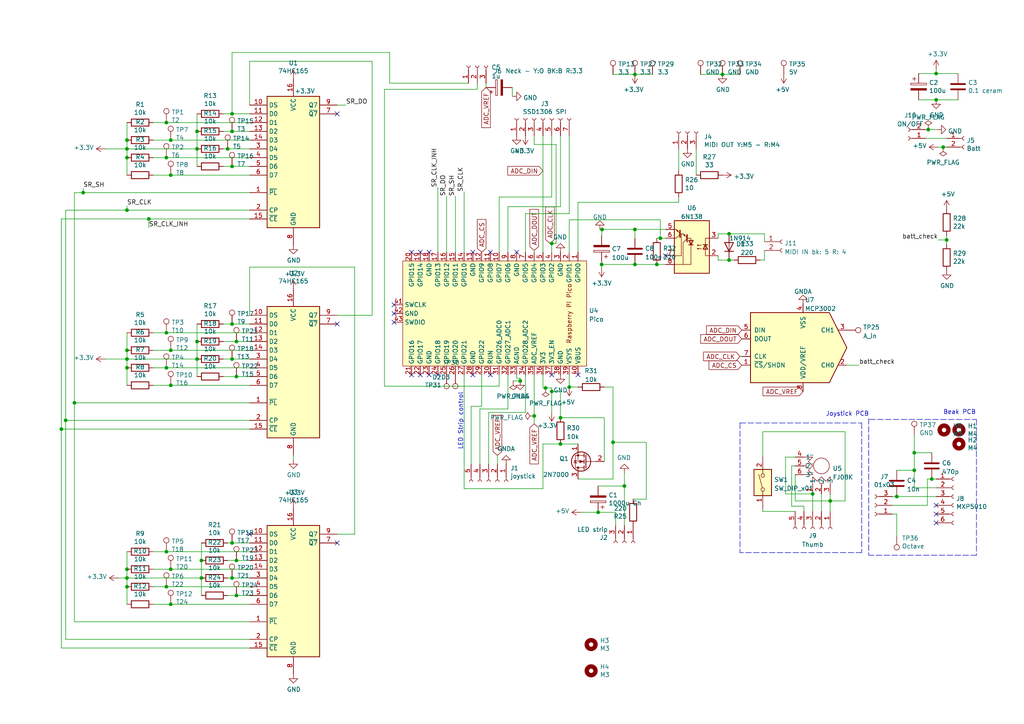
<source format=kicad_sch>
(kicad_sch (version 20211123) (generator eeschema)
  (paper "A4")
  (junction (at 48.26 106.68))
  (junction (at 174.498 76.708))
  (junction (at 158.242 112.522))
  (junction (at 66.04 43.18))
  (junction (at 48.26 35.56))
  (junction (at 173.482 148.59))
  (junction (at 265.176 131.318))
  (junction (at 165.1 112.268))
  (junction (at 36.83 45.72))
  (junction (at 273.558 42.672))
  (junction (at 49.53 101.6))
  (junction (at 211.455 67.818))
  (junction (at 57.15 38.1))
  (junction (at 160.02 113.538))
  (junction (at 67.31 93.98))
  (junction (at 184.15 21.59))
  (junction (at 235.712 143.256))
  (junction (at 190.5 76.708))
  (junction (at 67.31 38.1))
  (junction (at 48.26 45.72))
  (junction (at 49.53 111.76))
  (junction (at 24.13 55.88))
  (junction (at 36.83 170.18))
  (junction (at 57.15 99.06))
  (junction (at 48.26 170.18))
  (junction (at 58.42 167.64))
  (junction (at 19.05 121.92))
  (junction (at 271.526 28.956))
  (junction (at 174.625 66.548))
  (junction (at 67.31 33.02))
  (junction (at 162.56 121.158))
  (junction (at 57.15 43.18))
  (junction (at 36.83 106.68))
  (junction (at 57.15 104.14))
  (junction (at 274.574 69.596))
  (junction (at 184.15 76.708))
  (junction (at 181.102 140.97))
  (junction (at 36.83 101.6))
  (junction (at 36.83 167.64))
  (junction (at 260.096 144.018))
  (junction (at 68.58 172.72))
  (junction (at 68.58 162.56))
  (junction (at 269.24 37.592))
  (junction (at 49.53 175.26))
  (junction (at 177.8 128.27))
  (junction (at 36.83 40.64))
  (junction (at 184.15 66.548))
  (junction (at 67.31 157.48))
  (junction (at 36.83 43.18))
  (junction (at 154.94 120.65))
  (junction (at 270.256 138.938))
  (junction (at 49.53 50.8))
  (junction (at 43.18 63.5))
  (junction (at 271.526 21.336))
  (junction (at 36.83 104.14))
  (junction (at 48.26 160.02))
  (junction (at 162.56 128.778))
  (junction (at 36.83 60.96))
  (junction (at 58.42 162.56))
  (junction (at 67.31 48.26))
  (junction (at 36.83 165.1))
  (junction (at 21.59 116.84))
  (junction (at 17.78 124.46))
  (junction (at 67.31 104.14))
  (junction (at 49.53 165.1))
  (junction (at 160.02 70.612))
  (junction (at 48.26 96.52))
  (junction (at 150.876 110.49))
  (junction (at 240.792 145.288))
  (junction (at 209.55 21.59))
  (junction (at 191.516 69.088))
  (junction (at 68.58 99.06))
  (junction (at 49.53 40.64))
  (junction (at 67.31 167.64))
  (junction (at 265.176 136.398))
  (junction (at 68.58 109.22))
  (junction (at 211.455 75.438))
  (no_connect (at 97.79 33.02))
  (no_connect (at 160.02 108.712))
  (no_connect (at 142.24 73.152))
  (no_connect (at 119.38 108.712))
  (no_connect (at 114.3 93.472))
  (no_connect (at 119.38 73.152))
  (no_connect (at 124.46 73.152))
  (no_connect (at 137.16 73.152))
  (no_connect (at 97.79 157.48))
  (no_connect (at 137.16 108.712))
  (no_connect (at 114.3 90.932))
  (no_connect (at 149.86 73.152))
  (no_connect (at 72.39 154.94))
  (no_connect (at 124.46 108.712))
  (no_connect (at 271.526 146.558))
  (no_connect (at 271.526 149.098))
  (no_connect (at 271.526 151.638))
  (no_connect (at 142.24 108.712))
  (no_connect (at 114.3 88.392))
  (no_connect (at 121.92 73.152))
  (no_connect (at 97.79 93.98))
  (no_connect (at 127 108.712))
  (no_connect (at 193.04 74.168))
  (no_connect (at 121.92 108.712))
  (no_connect (at 167.64 108.712))
  (wire (pts (xy 57.15 33.02) (xy 57.15 38.1)))
  (wire (pts (xy 111.506 25.908) (xy 138.43 25.908)))
  (wire (pts (xy 68.58 109.22) (xy 64.77 109.22)))
  (wire (pts (xy 230.632 148.336) (xy 221.234 148.336)))
  (wire (pts (xy 44.45 45.72) (xy 48.26 45.72)))
  (wire (pts (xy 181.102 137.16) (xy 181.102 140.97)))
  (wire (pts (xy 229.616 146.812) (xy 233.172 146.812)))
  (wire (pts (xy 72.39 40.64) (xy 49.53 40.64)))
  (wire (pts (xy 162.56 121.158) (xy 175.26 121.158)))
  (wire (pts (xy 113.03 15.24) (xy 113.03 24.13)))
  (wire (pts (xy 57.15 93.98) (xy 57.15 99.06)))
  (wire (pts (xy 68.58 99.06) (xy 72.39 99.06)))
  (wire (pts (xy 268.986 146.558) (xy 268.986 138.938)))
  (wire (pts (xy 144.78 112.014) (xy 111.506 112.014)))
  (wire (pts (xy 30.48 104.14) (xy 36.83 104.14)))
  (wire (pts (xy 72.39 180.34) (xy 21.59 180.34)))
  (polyline (pts (xy 283.21 121.666) (xy 283.21 161.036)))
  (wire (pts (xy 48.26 170.18) (xy 72.39 170.18)))
  (wire (pts (xy 48.26 160.02) (xy 72.39 160.02)))
  (wire (pts (xy 134.62 108.712) (xy 134.62 141.732)))
  (wire (pts (xy 227.838 143.256) (xy 227.838 132.588)))
  (wire (pts (xy 221.742 75.438) (xy 220.472 75.438)))
  (wire (pts (xy 72.39 121.92) (xy 19.05 121.92)))
  (wire (pts (xy 58.42 167.64) (xy 58.42 172.72)))
  (wire (pts (xy 154.94 122.936) (xy 154.94 120.65)))
  (wire (pts (xy 66.04 162.56) (xy 68.58 162.56)))
  (wire (pts (xy 271.526 21.336) (xy 271.526 20.066)))
  (wire (pts (xy 157.48 141.732) (xy 157.48 128.778)))
  (wire (pts (xy 44.45 175.26) (xy 49.53 175.26)))
  (wire (pts (xy 268.986 138.938) (xy 270.256 138.938)))
  (wire (pts (xy 240.792 145.288) (xy 240.792 143.256)))
  (wire (pts (xy 67.31 15.24) (xy 67.31 33.02)))
  (wire (pts (xy 64.77 99.06) (xy 68.58 99.06)))
  (wire (pts (xy 174.498 76.708) (xy 174.498 77.724)))
  (wire (pts (xy 175.26 121.158) (xy 175.26 133.858)))
  (wire (pts (xy 57.15 99.06) (xy 57.15 104.14)))
  (wire (pts (xy 139.192 134.62) (xy 139.192 118.618)))
  (wire (pts (xy 36.83 59.69) (xy 36.83 60.96)))
  (wire (pts (xy 149.86 109.728) (xy 150.876 109.728)))
  (wire (pts (xy 190.5 69.088) (xy 191.516 69.088)))
  (wire (pts (xy 66.04 172.72) (xy 68.58 172.72)))
  (polyline (pts (xy 214.63 122.682) (xy 214.63 160.274)))
  (wire (pts (xy 136.652 117.856) (xy 136.652 134.62)))
  (wire (pts (xy 17.78 187.96) (xy 17.78 124.46)))
  (wire (pts (xy 48.26 35.56) (xy 72.39 35.56)))
  (wire (pts (xy 184.15 21.59) (xy 189.23 21.59)))
  (wire (pts (xy 235.712 143.256) (xy 235.712 148.336)))
  (wire (pts (xy 271.526 21.336) (xy 277.876 21.336)))
  (wire (pts (xy 72.39 91.44) (xy 72.39 77.47)))
  (wire (pts (xy 85.09 132.08) (xy 85.09 133.35)))
  (wire (pts (xy 152.4 73.152) (xy 152.4 61.976)))
  (wire (pts (xy 258.826 146.558) (xy 268.986 146.558)))
  (wire (pts (xy 36.83 60.96) (xy 72.39 60.96)))
  (wire (pts (xy 49.53 50.8) (xy 44.45 50.8)))
  (wire (pts (xy 36.83 101.6) (xy 36.83 96.52)))
  (wire (pts (xy 162.56 39.37) (xy 162.56 59.944)))
  (wire (pts (xy 147.32 118.618) (xy 147.32 108.712)))
  (wire (pts (xy 113.03 24.13) (xy 135.89 24.13)))
  (wire (pts (xy 196.85 57.15) (xy 196.85 58.674)))
  (wire (pts (xy 72.39 187.96) (xy 17.78 187.96)))
  (wire (pts (xy 274.574 69.596) (xy 274.574 70.866)))
  (wire (pts (xy 66.04 167.64) (xy 67.31 167.64)))
  (wire (pts (xy 160.02 70.612) (xy 160.02 73.152)))
  (wire (pts (xy 273.558 42.672) (xy 272.034 42.672)))
  (wire (pts (xy 238.252 143.256) (xy 238.252 148.336)))
  (wire (pts (xy 181.102 140.97) (xy 181.102 152.4)))
  (wire (pts (xy 44.45 35.56) (xy 48.26 35.56)))
  (wire (pts (xy 67.31 157.48) (xy 72.39 157.48)))
  (wire (pts (xy 174.498 76.708) (xy 184.15 76.708)))
  (wire (pts (xy 154.94 72.644) (xy 154.94 73.152)))
  (wire (pts (xy 72.39 77.47) (xy 102.87 77.47)))
  (wire (pts (xy 191.516 69.088) (xy 193.04 69.088)))
  (wire (pts (xy 208.28 74.168) (xy 208.28 75.438)))
  (wire (pts (xy 107.95 91.44) (xy 97.79 91.44)))
  (wire (pts (xy 265.176 136.398) (xy 265.176 141.478)))
  (wire (pts (xy 58.42 157.48) (xy 58.42 162.56)))
  (wire (pts (xy 141.732 134.62) (xy 141.732 119.634)))
  (wire (pts (xy 260.096 136.398) (xy 265.176 136.398)))
  (wire (pts (xy 43.18 63.5) (xy 72.39 63.5)))
  (wire (pts (xy 72.39 50.8) (xy 49.53 50.8)))
  (wire (pts (xy 148.844 110.49) (xy 150.876 110.49)))
  (wire (pts (xy 58.42 167.64) (xy 58.42 162.56)))
  (wire (pts (xy 36.83 167.64) (xy 36.83 170.18)))
  (wire (pts (xy 36.83 165.1) (xy 36.83 160.02)))
  (wire (pts (xy 134.62 55.626) (xy 134.62 73.152)))
  (polyline (pts (xy 252.222 121.666) (xy 283.21 121.666)))
  (wire (pts (xy 157.48 128.778) (xy 162.56 128.778)))
  (wire (pts (xy 162.56 121.158) (xy 162.56 113.538)))
  (wire (pts (xy 72.39 30.48) (xy 72.39 17.78)))
  (wire (pts (xy 266.446 28.956) (xy 271.526 28.956)))
  (wire (pts (xy 44.45 106.68) (xy 48.26 106.68)))
  (wire (pts (xy 36.83 43.18) (xy 36.83 40.64)))
  (wire (pts (xy 49.53 111.76) (xy 72.39 111.76)))
  (wire (pts (xy 221.234 125.222) (xy 245.11 125.222)))
  (wire (pts (xy 175.26 112.268) (xy 177.8 112.268)))
  (wire (pts (xy 177.8 21.59) (xy 184.15 21.59)))
  (wire (pts (xy 113.03 15.24) (xy 67.31 15.24)))
  (wire (pts (xy 208.28 75.438) (xy 211.455 75.438)))
  (wire (pts (xy 129.54 56.896) (xy 129.54 73.152)))
  (wire (pts (xy 233.172 146.812) (xy 233.172 148.336)))
  (wire (pts (xy 72.39 165.1) (xy 49.53 165.1)))
  (wire (pts (xy 139.7 108.712) (xy 139.7 117.856)))
  (wire (pts (xy 162.56 128.778) (xy 167.64 128.778)))
  (wire (pts (xy 139.7 117.856) (xy 136.652 117.856)))
  (wire (pts (xy 208.28 67.818) (xy 211.455 67.818)))
  (wire (pts (xy 48.26 96.52) (xy 44.45 96.52)))
  (wire (pts (xy 227.838 132.588) (xy 230.632 132.588)))
  (wire (pts (xy 36.83 170.18) (xy 36.83 175.26)))
  (wire (pts (xy 268.478 40.132) (xy 274.574 40.132)))
  (wire (pts (xy 36.83 45.72) (xy 36.83 50.8)))
  (wire (pts (xy 258.826 144.018) (xy 260.096 144.018)))
  (wire (pts (xy 44.45 160.02) (xy 48.26 160.02)))
  (wire (pts (xy 141.732 119.634) (xy 152.4 119.634)))
  (wire (pts (xy 24.13 54.61) (xy 24.13 55.88)))
  (wire (pts (xy 266.446 21.336) (xy 271.526 21.336)))
  (wire (pts (xy 221.742 72.644) (xy 221.742 75.438)))
  (wire (pts (xy 64.77 104.14) (xy 67.31 104.14)))
  (wire (pts (xy 24.13 55.88) (xy 72.39 55.88)))
  (wire (pts (xy 111.506 112.014) (xy 111.506 25.908)))
  (wire (pts (xy 240.792 145.288) (xy 240.792 148.336)))
  (wire (pts (xy 165.1 39.37) (xy 165.1 61.976)))
  (wire (pts (xy 152.4 61.976) (xy 165.1 61.976)))
  (wire (pts (xy 245.11 145.288) (xy 240.792 145.288)))
  (wire (pts (xy 19.05 185.42) (xy 72.39 185.42)))
  (wire (pts (xy 159.512 70.612) (xy 160.02 70.612)))
  (wire (pts (xy 57.15 43.18) (xy 36.83 43.18)))
  (wire (pts (xy 64.77 48.26) (xy 67.31 48.26)))
  (wire (pts (xy 203.2 21.59) (xy 209.55 21.59)))
  (wire (pts (xy 209.55 21.59) (xy 214.63 21.59)))
  (wire (pts (xy 269.24 37.592) (xy 268.478 37.592)))
  (polyline (pts (xy 214.63 122.682) (xy 249.936 122.682)))
  (wire (pts (xy 184.15 76.708) (xy 190.5 76.708)))
  (wire (pts (xy 265.176 141.478) (xy 271.526 141.478)))
  (wire (pts (xy 165.1 108.712) (xy 165.1 112.268)))
  (wire (pts (xy 229.616 135.128) (xy 229.616 146.812)))
  (wire (pts (xy 44.45 111.76) (xy 49.53 111.76)))
  (wire (pts (xy 165.1 73.152) (xy 165.1 63.754)))
  (wire (pts (xy 144.78 57.15) (xy 160.02 57.15)))
  (wire (pts (xy 127 54.356) (xy 127 73.152)))
  (wire (pts (xy 102.87 77.47) (xy 102.87 154.94)))
  (wire (pts (xy 230.632 137.668) (xy 230.632 145.288)))
  (wire (pts (xy 230.632 135.128) (xy 229.616 135.128)))
  (wire (pts (xy 19.05 185.42) (xy 19.05 121.92)))
  (wire (pts (xy 67.31 48.26) (xy 72.39 48.26)))
  (wire (pts (xy 64.77 93.98) (xy 67.31 93.98)))
  (polyline (pts (xy 283.21 161.036) (xy 251.968 161.036)))
  (wire (pts (xy 134.62 141.732) (xy 157.48 141.732)))
  (wire (pts (xy 258.826 149.098) (xy 260.096 149.098)))
  (wire (pts (xy 174.625 66.548) (xy 184.15 66.548)))
  (wire (pts (xy 140.97 25.4) (xy 140.97 24.13)))
  (wire (pts (xy 148.59 25.4) (xy 148.59 27.94)))
  (wire (pts (xy 157.48 39.37) (xy 157.48 73.152)))
  (wire (pts (xy 102.87 154.94) (xy 97.79 154.94)))
  (wire (pts (xy 270.256 138.938) (xy 271.526 138.938)))
  (wire (pts (xy 67.31 104.14) (xy 72.39 104.14)))
  (wire (pts (xy 178.562 148.59) (xy 178.562 152.4)))
  (wire (pts (xy 107.95 17.78) (xy 107.95 91.44)))
  (wire (pts (xy 64.77 43.18) (xy 66.04 43.18)))
  (wire (pts (xy 235.712 143.256) (xy 227.838 143.256)))
  (wire (pts (xy 132.08 56.896) (xy 132.08 73.152)))
  (wire (pts (xy 260.096 149.098) (xy 260.096 155.448)))
  (wire (pts (xy 277.876 28.956) (xy 271.526 28.956)))
  (wire (pts (xy 30.48 43.18) (xy 36.83 43.18)))
  (wire (pts (xy 19.05 121.92) (xy 19.05 60.96)))
  (wire (pts (xy 67.31 167.64) (xy 72.39 167.64)))
  (wire (pts (xy 57.15 104.14) (xy 57.15 109.22)))
  (wire (pts (xy 190.5 76.708) (xy 193.04 76.708)))
  (wire (pts (xy 68.58 162.56) (xy 72.39 162.56)))
  (wire (pts (xy 36.83 40.64) (xy 36.83 35.56)))
  (polyline (pts (xy 251.968 121.412) (xy 251.968 161.036)))
  (wire (pts (xy 58.42 167.64) (xy 36.83 167.64)))
  (wire (pts (xy 260.096 144.018) (xy 271.526 144.018)))
  (wire (pts (xy 66.04 157.48) (xy 67.31 157.48)))
  (wire (pts (xy 72.39 96.52) (xy 48.26 96.52)))
  (wire (pts (xy 149.86 108.712) (xy 149.86 109.728)))
  (wire (pts (xy 201.93 43.18) (xy 201.93 50.8)))
  (wire (pts (xy 34.29 167.64) (xy 36.83 167.64)))
  (wire (pts (xy 144.78 108.712) (xy 144.78 112.014)))
  (wire (pts (xy 138.43 25.908) (xy 138.43 24.13)))
  (wire (pts (xy 157.48 108.712) (xy 157.48 112.522)))
  (wire (pts (xy 174.625 66.548) (xy 174.498 68.326)))
  (wire (pts (xy 265.176 126.238) (xy 265.176 131.318)))
  (wire (pts (xy 57.15 104.14) (xy 36.83 104.14)))
  (wire (pts (xy 160.02 112.522) (xy 160.02 113.538)))
  (wire (pts (xy 144.272 134.62) (xy 144.272 132.08)))
  (wire (pts (xy 48.26 45.72) (xy 72.39 45.72)))
  (wire (pts (xy 183.642 144.78) (xy 187.452 144.78)))
  (wire (pts (xy 173.482 140.97) (xy 181.102 140.97)))
  (wire (pts (xy 49.53 40.64) (xy 44.45 40.64)))
  (wire (pts (xy 161.29 41.91) (xy 161.29 70.612)))
  (wire (pts (xy 265.176 131.318) (xy 265.176 136.398)))
  (wire (pts (xy 214.63 103.378) (xy 215.138 103.378)))
  (wire (pts (xy 67.31 33.02) (xy 72.39 33.02)))
  (wire (pts (xy 167.64 58.674) (xy 196.85 58.674)))
  (wire (pts (xy 157.48 112.522) (xy 158.242 112.522)))
  (wire (pts (xy 21.59 55.88) (xy 24.13 55.88)))
  (wire (pts (xy 44.45 170.18) (xy 48.26 170.18)))
  (wire (pts (xy 160.02 39.37) (xy 160.02 57.15)))
  (wire (pts (xy 72.39 101.6) (xy 49.53 101.6)))
  (wire (pts (xy 36.83 106.68) (xy 36.83 111.76)))
  (wire (pts (xy 272.034 69.596) (xy 274.574 69.596)))
  (wire (pts (xy 67.31 93.98) (xy 72.39 93.98)))
  (wire (pts (xy 168.402 148.59) (xy 173.482 148.59)))
  (wire (pts (xy 72.39 17.78) (xy 107.95 17.78)))
  (wire (pts (xy 48.26 106.68) (xy 72.39 106.68)))
  (wire (pts (xy 43.18 66.04) (xy 43.18 63.5)))
  (wire (pts (xy 191.516 63.754) (xy 191.516 69.088)))
  (wire (pts (xy 64.77 38.1) (xy 67.31 38.1)))
  (wire (pts (xy 72.39 124.46) (xy 17.78 124.46)))
  (wire (pts (xy 184.15 66.548) (xy 193.04 66.548)))
  (wire (pts (xy 144.78 57.15) (xy 144.78 73.152)))
  (wire (pts (xy 211.455 75.438) (xy 212.852 75.438)))
  (wire (pts (xy 68.58 172.72) (xy 72.39 172.72)))
  (wire (pts (xy 265.176 131.318) (xy 270.256 131.318)))
  (wire (pts (xy 57.15 38.1) (xy 57.15 43.18)))
  (wire (pts (xy 196.85 43.18) (xy 196.85 49.53)))
  (wire (pts (xy 161.29 41.91) (xy 154.94 41.91)))
  (wire (pts (xy 152.4 119.634) (xy 152.4 108.712)))
  (wire (pts (xy 147.32 59.944) (xy 147.32 73.152)))
  (wire (pts (xy 162.56 113.538) (xy 160.02 113.538)))
  (wire (pts (xy 208.28 69.088) (xy 208.28 67.818)))
  (wire (pts (xy 162.56 59.944) (xy 147.32 59.944)))
  (wire (pts (xy 274.574 68.326) (xy 274.574 69.596)))
  (wire (pts (xy 154.94 41.91) (xy 154.94 39.37)))
  (wire (pts (xy 230.632 145.288) (xy 240.792 145.288)))
  (wire (pts (xy 150.876 109.728) (xy 150.876 110.49)))
  (wire (pts (xy 167.64 58.674) (xy 167.64 73.152)))
  (wire (pts (xy 49.53 175.26) (xy 72.39 175.26)))
  (wire (pts (xy 245.11 125.222) (xy 245.11 145.288)))
  (polyline (pts (xy 249.936 122.682) (xy 249.936 160.274)))
  (wire (pts (xy 187.452 128.27) (xy 187.452 144.78)))
  (polyline (pts (xy 249.936 160.274) (xy 214.63 160.274)))
  (wire (pts (xy 165.1 112.268) (xy 167.64 112.268)))
  (wire (pts (xy 167.64 138.938) (xy 177.8 138.938)))
  (wire (pts (xy 66.04 43.18) (xy 72.39 43.18)))
  (wire (pts (xy 245.618 105.918) (xy 249.174 105.918)))
  (wire (pts (xy 173.99 66.548) (xy 174.625 66.548)))
  (wire (pts (xy 177.8 112.268) (xy 177.8 128.27)))
  (wire (pts (xy 36.83 167.64) (xy 36.83 165.1)))
  (wire (pts (xy 49.53 165.1) (xy 44.45 165.1)))
  (wire (pts (xy 67.31 38.1) (xy 72.39 38.1)))
  (wire (pts (xy 36.83 43.18) (xy 36.83 45.72)))
  (wire (pts (xy 19.05 60.96) (xy 36.83 60.96)))
  (wire (pts (xy 158.242 112.522) (xy 160.02 112.522)))
  (wire (pts (xy 221.742 67.818) (xy 221.742 70.104)))
  (wire (pts (xy 64.77 33.02) (xy 67.31 33.02)))
  (wire (pts (xy 177.8 128.27) (xy 177.8 138.938)))
  (wire (pts (xy 21.59 55.88) (xy 21.59 116.84)))
  (wire (pts (xy 21.59 116.84) (xy 21.59 180.34)))
  (wire (pts (xy 57.15 43.18) (xy 57.15 48.26)))
  (wire (pts (xy 184.15 66.548) (xy 184.15 69.088)))
  (wire (pts (xy 72.39 109.22) (xy 68.58 109.22)))
  (wire (pts (xy 221.234 148.336) (xy 221.234 147.574)))
  (wire (pts (xy 221.234 132.334) (xy 221.234 125.222)))
  (wire (pts (xy 165.1 63.754) (xy 191.516 63.754)))
  (wire (pts (xy 36.83 104.14) (xy 36.83 101.6)))
  (wire (pts (xy 154.94 120.65) (xy 154.94 108.712)))
  (wire (pts (xy 97.79 30.48) (xy 100.33 30.48)))
  (wire (pts (xy 274.574 42.672) (xy 273.558 42.672)))
  (wire (pts (xy 161.29 70.612) (xy 160.02 70.612)))
  (wire (pts (xy 36.83 104.14) (xy 36.83 106.68)))
  (wire (pts (xy 139.192 118.618) (xy 147.32 118.618)))
  (wire (pts (xy 72.39 116.84) (xy 21.59 116.84)))
  (wire (pts (xy 17.78 63.5) (xy 43.18 63.5)))
  (wire (pts (xy 173.482 148.59) (xy 178.562 148.59)))
  (wire (pts (xy 177.8 128.27) (xy 187.452 128.27)))
  (wire (pts (xy 17.78 124.46) (xy 17.78 63.5)))
  (wire (pts (xy 160.02 119.634) (xy 160.02 113.538)))
  (wire (pts (xy 211.455 67.818) (xy 221.742 67.818)))
  (wire (pts (xy 174.498 75.946) (xy 174.498 76.708)))
  (wire (pts (xy 49.53 101.6) (xy 44.45 101.6)))
  (wire (pts (xy 271.78 37.592) (xy 269.24 37.592)))
  (text "Joystick PCB\n" (at 239.522 120.904 0) (effects (font (size 1.27 1.27)) (justify left bottom)))
  (text "Beak PCB\n" (at 273.558 120.396 0) (effects (font (size 1.27 1.27)) (justify left bottom)))
  (text "LED Strip control" (at 134.366 130.556 90) (effects (font (size 1.27 1.27)) (justify left bottom)))
  (label "SR_CLK" (at 134.62 55.626 90))
  (label "SR_CLK_INH" (at 43.18 66.04 0))
  (label "SR_SH" (at 132.08 56.896 90))
  (label "batt_check" (at 272.034 69.596 180))
  (label "SR_DO" (at 129.54 56.896 90))
  (label "batt_check" (at 249.174 105.918 0))
  (label "SR_CLK_INH" (at 127 54.356 90))
  (label "SR_SH" (at 24.13 54.61 0))
  (label "SR_CLK" (at 36.83 59.69 0))
  (label "SR_DO" (at 100.33 30.48 0))
  (global_label "ADC_VREF" (shape input) (at 144.272 132.08 90) (property "Références Inter-Feuilles" "${INTERSHEET_REFS}" (effects hide)))
  (global_label "ADC_DOUT" (shape input) (at 154.94 72.644 90) (property "Références Inter-Feuilles" "${INTERSHEET_REFS}" (effects hide)))
  (global_label "ADC_DIN" (shape input) (at 215.138 95.758 180) (property "Références Inter-Feuilles" "${INTERSHEET_REFS}" (effects hide)))
  (global_label "ADC_VREF" (shape input) (at 232.918 113.538 180) (property "Références Inter-Feuilles" "${INTERSHEET_REFS}" (effects hide)))
  (global_label "ADC_DOUT" (shape input) (at 215.138 98.298 180) (property "Références Inter-Feuilles" "${INTERSHEET_REFS}" (effects hide)))
  (global_label "ADC_DIN" (shape input) (at 157.48 49.53 180) (property "Références Inter-Feuilles" "${INTERSHEET_REFS}" (effects hide)))
  (global_label "ADC_CLK" (shape input) (at 159.512 70.612 90) (property "Références Inter-Feuilles" "${INTERSHEET_REFS}" (effects hide)))
  (global_label "ADC_CS" (shape input) (at 139.7 73.152 90) (property "Références Inter-Feuilles" "${INTERSHEET_REFS}" (effects hide)))
  (global_label "ADC_VREF" (shape input) (at 154.94 122.936 270) (property "Références Inter-Feuilles" "${INTERSHEET_REFS}" (effects hide)))
  (global_label "ADC_CS" (shape input) (at 215.138 105.918 180) (property "Références Inter-Feuilles" "${INTERSHEET_REFS}" (effects hide)))
  (global_label "ADC_CLK" (shape input) (at 214.63 103.378 180) (property "Références Inter-Feuilles" "${INTERSHEET_REFS}" (effects hide)))
  (global_label "ADC_VREF" (shape input) (at 140.97 25.4 270) (property "Références Inter-Feuilles" "${INTERSHEET_REFS}" (effects hide)))
  (symbol (lib_name "GND_5") (lib_id "power:GND") (at 162.56 73.152 180) (unit 1)
    (property "Reference" "#PWR0101" (effects hide))
    (property "Value" "GND" (at 162.433 68.7578 0))
  )
  (symbol (lib_name "+5V_1") (lib_id "power:+5V") (at 165.1 112.268 180) (unit 1)
    (property "Reference" "#PWR0102" (effects hide))
    (property "Value" "+5V" (at 164.719 116.6622 0))
  )
  (symbol (lib_id "Connector:Conn_01x07_Female") (at 157.48 34.29 90) (unit 1)
    (property "Reference" "J3" (at 157.988 30.099 90))
    (property "Value" "SSD1306 SPI" (at 157.988 32.4104 90))
    (property "Footprint" "Connector_PinSocket_2.54mm:PinSocket_1x07_P2.54mm_Vertical" (effects hide))
  )
  (symbol (lib_name "GND_6") (lib_id "power:GND") (at 149.86 39.37 0) (unit 1)
    (property "Reference" "#PWR0103" (effects hide))
    (property "Value" "GND" (at 149.987 43.7642 0))
  )
  (symbol (lib_name "+3.3V_4") (lib_id "power:+3.3V") (at 152.4 39.37 180) (unit 1)
    (property "Reference" "#PWR0104" (effects hide))
    (property "Value" "+3.3V" (at 152.019 43.7642 0))
  )
  (symbol (lib_name "+3.3V_5") (lib_id "power:+3.3V") (at 160.02 119.634 180) (unit 1)
    (property "Reference" "#PWR0105" (effects hide))
    (property "Value" "+3.3V" (at 158.75 123.444 0))
  )
  (symbol (lib_name "+5V_2") (lib_id "power:+5V") (at 274.574 60.706 0) (unit 1)
    (property "Reference" "#PWR0106" (effects hide))
    (property "Value" "+5V" (at 274.955 56.3118 0))
  )
  (symbol (lib_id "Device:R") (at 274.574 64.516 0) (unit 1)
    (property "Reference" "R28" (at 276.352 63.3476 0) (effects (justify left)))
    (property "Value" "22k" (at 276.352 65.659 0) (effects (justify left)))
    (property "Footprint" "Resistor_THT:R_Axial_DIN0207_L6.3mm_D2.5mm_P7.62mm_Horizontal" (effects hide))
  )
  (symbol (lib_id "Device:R") (at 274.574 74.676 0) (unit 1)
    (property "Reference" "R29" (at 276.352 73.5076 0) (effects (justify left)))
    (property "Value" "22k" (at 276.352 75.819 0) (effects (justify left)))
    (property "Footprint" "Resistor_THT:R_Axial_DIN0207_L6.3mm_D2.5mm_P7.62mm_Horizontal" (effects hide))
  )
  (symbol (lib_name "GND_7") (lib_id "power:GND") (at 274.574 78.486 0) (unit 1)
    (property "Reference" "#PWR0107" (effects hide))
    (property "Value" "GND" (at 274.701 82.8802 0))
  )
  (symbol (lib_id "74xx:74HC165") (at 85.09 45.72 0) (unit 1)
    (property "Reference" "U1" (at 85.09 18.2626 0))
    (property "Value" "74HC165" (at 85.09 20.574 0))
    (property "Footprint" "Package_SO:SOIC-16_3.9x9.9mm_P1.27mm" (effects hide))
    (property "Datasheet" "https://assets.nexperia.com/documents/data-sheet/74HC_HCT165.pdf" (effects hide))
  )
  (symbol (lib_id "74xx:74HC165") (at 85.09 106.68 0) (unit 1)
    (property "Reference" "U2" (at 85.09 79.2226 0))
    (property "Value" "74HC165" (at 85.09 81.534 0))
    (property "Footprint" "Package_SO:SOIC-16_3.9x9.9mm_P1.27mm" (effects hide))
    (property "Datasheet" "https://assets.nexperia.com/documents/data-sheet/74HC_HCT165.pdf" (effects hide))
  )
  (symbol (lib_id "74xx:74HC165") (at 85.09 170.18 0) (unit 1)
    (property "Reference" "U3" (at 85.09 142.7226 0))
    (property "Value" "74HC165" (at 85.09 145.034 0))
    (property "Footprint" "Package_SO:SOIC-16_3.9x9.9mm_P1.27mm" (effects hide))
    (property "Datasheet" "https://assets.nexperia.com/documents/data-sheet/74HC_HCT165.pdf" (effects hide))
  )
  (symbol (lib_name "+3.3V_2") (lib_id "power:+3.3V") (at 85.09 22.86 0) (unit 1)
    (property "Reference" "#PWR0108" (effects hide))
    (property "Value" "+3.3V" (at 88.392 26.416 0))
  )
  (symbol (lib_name "+3.3V_3") (lib_id "power:+3.3V") (at 85.09 83.82 0) (unit 1)
    (property "Reference" "#PWR0109" (effects hide))
    (property "Value" "+3.3V" (at 85.471 79.4258 0))
  )
  (symbol (lib_name "+3.3V_10") (lib_id "power:+3.3V") (at 85.09 147.32 0) (unit 1)
    (property "Reference" "#PWR0110" (effects hide))
    (property "Value" "+3.3V" (at 85.471 142.9258 0))
  )
  (symbol (lib_id "power:GND") (at 85.09 195.58 0) (unit 1)
    (property "Reference" "#PWR0112" (effects hide))
    (property "Value" "GND" (at 85.217 199.9742 0))
  )
  (symbol (lib_name "GND_3") (lib_id "power:GND") (at 85.09 71.12 0) (unit 1)
    (property "Reference" "#PWR0113" (effects hide))
    (property "Value" "GND" (at 85.217 75.5142 0))
  )
  (symbol (lib_id "Device:R") (at 60.96 33.02 270) (unit 1)
    (property "Reference" "R13" (at 60.96 27.7622 90))
    (property "Value" "10k" (at 60.96 30.0736 90))
    (property "Footprint" "Resistor_SMD:R_1206_3216Metric_Pad1.30x1.75mm_HandSolder" (effects hide))
  )
  (symbol (lib_id "Device:R") (at 40.64 35.56 270) (unit 1)
    (property "Reference" "R1" (at 40.64 30.3022 90))
    (property "Value" "10k" (at 40.64 32.6136 90))
    (property "Footprint" "Resistor_SMD:R_1206_3216Metric_Pad1.30x1.75mm_HandSolder" (effects hide))
  )
  (symbol (lib_id "Device:R") (at 60.96 38.1 270) (unit 1)
    (property "Reference" "R14" (at 60.96 32.8422 90))
    (property "Value" "10k" (at 60.96 35.1536 90))
    (property "Footprint" "Resistor_SMD:R_1206_3216Metric_Pad1.30x1.75mm_HandSolder" (effects hide))
  )
  (symbol (lib_id "Device:R") (at 40.64 40.64 270) (unit 1)
    (property "Reference" "R2" (at 40.64 35.3822 90))
    (property "Value" "10k" (at 40.64 37.6936 90))
    (property "Footprint" "Resistor_SMD:R_1206_3216Metric_Pad1.30x1.75mm_HandSolder" (effects hide))
  )
  (symbol (lib_id "Device:R") (at 60.96 43.18 270) (unit 1)
    (property "Reference" "R15" (at 60.96 37.9222 90))
    (property "Value" "10k" (at 60.96 40.2336 90))
    (property "Footprint" "Resistor_SMD:R_1206_3216Metric_Pad1.30x1.75mm_HandSolder" (effects hide))
  )
  (symbol (lib_id "Device:R") (at 40.64 45.72 270) (unit 1)
    (property "Reference" "R3" (at 40.64 40.4622 90))
    (property "Value" "10k" (at 40.64 42.7736 90))
    (property "Footprint" "Resistor_SMD:R_1206_3216Metric_Pad1.30x1.75mm_HandSolder" (effects hide))
  )
  (symbol (lib_id "Device:R") (at 60.96 48.26 270) (unit 1)
    (property "Reference" "R16" (at 60.96 43.0022 90))
    (property "Value" "10k" (at 60.96 45.3136 90))
    (property "Footprint" "Resistor_SMD:R_1206_3216Metric_Pad1.30x1.75mm_HandSolder" (effects hide))
  )
  (symbol (lib_id "Device:R") (at 40.64 50.8 270) (unit 1)
    (property "Reference" "R4" (at 40.64 45.5422 90))
    (property "Value" "10k" (at 40.64 47.8536 90))
    (property "Footprint" "Resistor_SMD:R_1206_3216Metric_Pad1.30x1.75mm_HandSolder" (effects hide))
  )
  (symbol (lib_id "Device:R") (at 60.96 93.98 270) (unit 1)
    (property "Reference" "R17" (at 60.96 88.7222 90))
    (property "Value" "10k" (at 60.96 91.0336 90))
    (property "Footprint" "Resistor_SMD:R_1206_3216Metric_Pad1.30x1.75mm_HandSolder" (effects hide))
  )
  (symbol (lib_id "Device:R") (at 40.64 96.52 270) (unit 1)
    (property "Reference" "R5" (at 40.64 91.2622 90))
    (property "Value" "10k" (at 40.64 93.5736 90))
    (property "Footprint" "Resistor_SMD:R_1206_3216Metric_Pad1.30x1.75mm_HandSolder" (effects hide))
  )
  (symbol (lib_id "Device:R") (at 60.96 99.06 270) (unit 1)
    (property "Reference" "R18" (at 60.96 93.8022 90))
    (property "Value" "10k" (at 60.96 96.1136 90))
    (property "Footprint" "Resistor_SMD:R_1206_3216Metric_Pad1.30x1.75mm_HandSolder" (effects hide))
  )
  (symbol (lib_id "Device:R") (at 40.64 101.6 270) (unit 1)
    (property "Reference" "R6" (at 40.64 96.3422 90))
    (property "Value" "10k" (at 40.64 98.6536 90))
    (property "Footprint" "Resistor_SMD:R_1206_3216Metric_Pad1.30x1.75mm_HandSolder" (effects hide))
  )
  (symbol (lib_id "Device:R") (at 60.96 104.14 270) (unit 1)
    (property "Reference" "R19" (at 60.96 98.8822 90))
    (property "Value" "10k" (at 60.96 101.1936 90))
    (property "Footprint" "Resistor_SMD:R_1206_3216Metric_Pad1.30x1.75mm_HandSolder" (effects hide))
  )
  (symbol (lib_id "Device:R") (at 40.64 106.68 270) (unit 1)
    (property "Reference" "R7" (at 40.64 101.4222 90))
    (property "Value" "10k" (at 40.64 103.7336 90))
    (property "Footprint" "Resistor_SMD:R_1206_3216Metric_Pad1.30x1.75mm_HandSolder" (effects hide))
  )
  (symbol (lib_id "Device:R") (at 60.96 109.22 270) (unit 1)
    (property "Reference" "R20" (at 60.96 103.9622 90))
    (property "Value" "10k" (at 60.96 106.2736 90))
    (property "Footprint" "Resistor_SMD:R_1206_3216Metric_Pad1.30x1.75mm_HandSolder" (effects hide))
  )
  (symbol (lib_id "Device:R") (at 40.64 111.76 270) (unit 1)
    (property "Reference" "R8" (at 40.64 106.5022 90))
    (property "Value" "10k" (at 40.64 108.8136 90))
    (property "Footprint" "Resistor_SMD:R_1206_3216Metric_Pad1.30x1.75mm_HandSolder" (effects hide))
  )
  (symbol (lib_id "Device:R") (at 62.23 157.48 270) (unit 1)
    (property "Reference" "R21" (at 62.23 152.2222 90))
    (property "Value" "10k" (at 62.23 154.5336 90))
    (property "Footprint" "Resistor_SMD:R_1206_3216Metric_Pad1.30x1.75mm_HandSolder" (effects hide))
  )
  (symbol (lib_id "Device:R") (at 40.64 160.02 270) (unit 1)
    (property "Reference" "R9" (at 40.64 154.7622 90))
    (property "Value" "10k" (at 40.64 157.0736 90))
    (property "Footprint" "Resistor_SMD:R_1206_3216Metric_Pad1.30x1.75mm_HandSolder" (effects hide))
  )
  (symbol (lib_id "Device:R") (at 62.23 162.56 270) (unit 1)
    (property "Reference" "R22" (at 62.23 157.3022 90))
    (property "Value" "10k" (at 62.23 159.6136 90))
    (property "Footprint" "Resistor_SMD:R_1206_3216Metric_Pad1.30x1.75mm_HandSolder" (effects hide))
  )
  (symbol (lib_id "Device:R") (at 40.64 165.1 270) (unit 1)
    (property "Reference" "R10" (at 40.64 159.8422 90))
    (property "Value" "10k" (at 40.64 162.1536 90))
    (property "Footprint" "Resistor_SMD:R_1206_3216Metric_Pad1.30x1.75mm_HandSolder" (effects hide))
  )
  (symbol (lib_id "Device:R") (at 62.23 167.64 270) (unit 1)
    (property "Reference" "R23" (at 62.23 162.3822 90))
    (property "Value" "10k" (at 62.23 164.6936 90))
    (property "Footprint" "Resistor_SMD:R_1206_3216Metric_Pad1.30x1.75mm_HandSolder" (effects hide))
  )
  (symbol (lib_id "Device:R") (at 40.64 170.18 270) (unit 1)
    (property "Reference" "R11" (at 40.64 164.9222 90))
    (property "Value" "10k" (at 40.64 167.2336 90))
    (property "Footprint" "Resistor_SMD:R_1206_3216Metric_Pad1.30x1.75mm_HandSolder" (effects hide))
  )
  (symbol (lib_id "Device:R") (at 62.23 172.72 270) (unit 1)
    (property "Reference" "R24" (at 62.23 167.4622 90))
    (property "Value" "10k" (at 62.23 169.7736 90))
    (property "Footprint" "Resistor_SMD:R_1206_3216Metric_Pad1.30x1.75mm_HandSolder" (effects hide))
  )
  (symbol (lib_id "Device:R") (at 40.64 175.26 270) (unit 1)
    (property "Reference" "R12" (at 40.64 170.0022 90))
    (property "Value" "10k" (at 40.64 172.3136 90))
    (property "Footprint" "Resistor_SMD:R_1206_3216Metric_Pad1.30x1.75mm_HandSolder" (effects hide))
  )
  (symbol (lib_id "power:+3.3V") (at 34.29 167.64 90) (unit 1)
    (property "Reference" "#PWR0116" (effects hide))
    (property "Value" "+3.3V" (at 31.0388 167.259 90) (effects (justify left)))
  )
  (symbol (lib_name "+3.3V_1") (lib_id "power:+3.3V") (at 30.48 43.18 90) (unit 1)
    (property "Reference" "#PWR0114" (effects hide))
    (property "Value" "+3.3V" (at 27.2288 42.799 90) (effects (justify left)))
  )
  (symbol (lib_name "+3.3V_9") (lib_id "power:+3.3V") (at 30.48 104.14 90) (unit 1)
    (property "Reference" "#PWR0115" (effects hide))
    (property "Value" "+3.3V" (at 27.2288 103.759 90) (effects (justify left)))
  )
  (symbol (lib_id "Connector:TestPoint") (at 48.26 35.56 0) (unit 1)
    (property "Reference" "TP1" (at 49.7332 32.5628 0) (effects (justify left)))
    (property "Value" "T2" (at 49.7332 34.8742 0) (effects (justify left)))
    (property "Footprint" "TestPoint:TestPoint_THTPad_2.5x2.5mm_Drill1.2mm" (effects hide))
  )
  (symbol (lib_id "Connector:TestPoint") (at 67.31 38.1 0) (unit 1)
    (property "Reference" "TP15" (at 68.7832 35.1028 0) (effects (justify left)))
    (property "Value" "T3" (at 68.7832 37.4142 0) (effects (justify left)))
    (property "Footprint" "TestPoint:TestPoint_THTPad_2.5x2.5mm_Drill1.2mm" (effects hide))
  )
  (symbol (lib_id "Connector:TestPoint") (at 49.53 40.64 0) (unit 1)
    (property "Reference" "TP7" (at 51.0032 37.6428 0) (effects (justify left)))
    (property "Value" "T4" (at 51.0032 39.9542 0) (effects (justify left)))
    (property "Footprint" "TestPoint:TestPoint_THTPad_2.5x2.5mm_Drill1.2mm" (effects hide))
  )
  (symbol (lib_id "Connector:TestPoint") (at 66.04 43.18 0) (unit 1)
    (property "Reference" "TP14" (at 67.5132 40.1828 0) (effects (justify left)))
    (property "Value" "T5" (at 67.5132 42.4942 0) (effects (justify left)))
    (property "Footprint" "TestPoint:TestPoint_THTPad_2.5x2.5mm_Drill1.2mm" (effects hide))
  )
  (symbol (lib_id "Connector:TestPoint") (at 48.26 45.72 0) (unit 1)
    (property "Reference" "TP2" (at 49.7332 42.7228 0) (effects (justify left)))
    (property "Value" "T6" (at 49.7332 45.0342 0) (effects (justify left)))
    (property "Footprint" "TestPoint:TestPoint_THTPad_2.5x2.5mm_Drill1.2mm" (effects hide))
  )
  (symbol (lib_id "Connector:TestPoint") (at 67.31 48.26 0) (unit 1)
    (property "Reference" "TP16" (at 68.7832 45.2628 0) (effects (justify left)))
    (property "Value" "T7" (at 68.7832 47.5742 0) (effects (justify left)))
    (property "Footprint" "TestPoint:TestPoint_THTPad_2.5x2.5mm_Drill1.2mm" (effects hide))
  )
  (symbol (lib_id "Connector:TestPoint") (at 49.53 50.8 0) (unit 1)
    (property "Reference" "TP8" (at 51.0032 47.8028 0) (effects (justify left)))
    (property "Value" "T8" (at 51.0032 50.1142 0) (effects (justify left)))
    (property "Footprint" "TestPoint:TestPoint_THTPad_2.5x2.5mm_Drill1.2mm" (effects hide))
  )
  (symbol (lib_id "Connector:TestPoint") (at 67.31 93.98 0) (unit 1)
    (property "Reference" "TP17" (at 68.7832 90.9828 0) (effects (justify left)))
    (property "Value" "T9" (at 68.7832 93.2942 0) (effects (justify left)))
    (property "Footprint" "TestPoint:TestPoint_THTPad_2.5x2.5mm_Drill1.2mm" (effects hide))
  )
  (symbol (lib_id "Connector:TestPoint") (at 68.58 99.06 0) (unit 1)
    (property "Reference" "TP21" (at 70.0532 96.0628 0) (effects (justify left)))
    (property "Value" "T11" (at 70.0532 98.3742 0) (effects (justify left)))
    (property "Footprint" "TestPoint:TestPoint_THTPad_2.5x2.5mm_Drill1.2mm" (effects hide))
  )
  (symbol (lib_id "Connector:TestPoint") (at 67.31 104.14 0) (unit 1)
    (property "Reference" "TP18" (at 68.7832 101.1428 0) (effects (justify left)))
    (property "Value" "T13" (at 68.7832 103.4542 0) (effects (justify left)))
    (property "Footprint" "TestPoint:TestPoint_THTPad_2.5x2.5mm_Drill1.2mm" (effects hide))
  )
  (symbol (lib_id "Connector:TestPoint") (at 68.58 109.22 0) (unit 1)
    (property "Reference" "TP22" (at 70.0532 106.2228 0) (effects (justify left)))
    (property "Value" "T15" (at 70.0532 108.5342 0) (effects (justify left)))
    (property "Footprint" "TestPoint:TestPoint_THTPad_2.5x2.5mm_Drill1.2mm" (effects hide))
  )
  (symbol (lib_id "Connector:TestPoint") (at 48.26 96.52 0) (unit 1)
    (property "Reference" "TP3" (at 49.7332 93.5228 0) (effects (justify left)))
    (property "Value" "T10" (at 49.7332 95.8342 0) (effects (justify left)))
    (property "Footprint" "TestPoint:TestPoint_THTPad_2.5x2.5mm_Drill1.2mm" (effects hide))
  )
  (symbol (lib_id "Connector:TestPoint") (at 49.53 101.6 0) (unit 1)
    (property "Reference" "TP9" (at 51.0032 98.6028 0) (effects (justify left)))
    (property "Value" "T12" (at 51.0032 100.9142 0) (effects (justify left)))
    (property "Footprint" "TestPoint:TestPoint_THTPad_2.5x2.5mm_Drill1.2mm" (effects hide))
  )
  (symbol (lib_id "Connector:TestPoint") (at 48.26 106.68 0) (unit 1)
    (property "Reference" "TP4" (at 49.7332 103.6828 0) (effects (justify left)))
    (property "Value" "T14" (at 49.7332 105.9942 0) (effects (justify left)))
    (property "Footprint" "TestPoint:TestPoint_THTPad_2.5x2.5mm_Drill1.2mm" (effects hide))
  )
  (symbol (lib_id "Connector:TestPoint") (at 49.53 111.76 0) (unit 1)
    (property "Reference" "TP10" (at 51.0032 108.7628 0) (effects (justify left)))
    (property "Value" "T16" (at 51.0032 111.0742 0) (effects (justify left)))
    (property "Footprint" "TestPoint:TestPoint_THTPad_2.5x2.5mm_Drill1.2mm" (effects hide))
  )
  (symbol (lib_id "Connector:TestPoint") (at 67.31 157.48 0) (unit 1)
    (property "Reference" "TP19" (at 68.7832 154.4828 0) (effects (justify left)))
    (property "Value" "T17" (at 68.7832 156.7942 0) (effects (justify left)))
    (property "Footprint" "TestPoint:TestPoint_THTPad_2.5x2.5mm_Drill1.2mm" (effects hide))
  )
  (symbol (lib_id "Connector:TestPoint") (at 68.58 162.56 0) (unit 1)
    (property "Reference" "TP23" (at 70.0532 159.5628 0) (effects (justify left)))
    (property "Value" "T19" (at 70.0532 161.8742 0) (effects (justify left)))
    (property "Footprint" "TestPoint:TestPoint_THTPad_2.5x2.5mm_Drill1.2mm" (effects hide))
  )
  (symbol (lib_id "Connector:TestPoint") (at 67.31 167.64 0) (unit 1)
    (property "Reference" "TP20" (at 68.7832 164.6428 0) (effects (justify left)))
    (property "Value" "T21" (at 68.7832 166.9542 0) (effects (justify left)))
    (property "Footprint" "TestPoint:TestPoint_THTPad_2.5x2.5mm_Drill1.2mm" (effects hide))
  )
  (symbol (lib_id "Connector:TestPoint") (at 68.58 172.72 0) (unit 1)
    (property "Reference" "TP24" (at 70.0532 169.7228 0) (effects (justify left)))
    (property "Value" "T23" (at 70.0532 172.0342 0) (effects (justify left)))
    (property "Footprint" "TestPoint:TestPoint_THTPad_2.5x2.5mm_Drill1.2mm" (effects hide))
  )
  (symbol (lib_id "Connector:TestPoint") (at 48.26 160.02 0) (unit 1)
    (property "Reference" "TP5" (at 49.7332 157.0228 0) (effects (justify left)))
    (property "Value" "T18" (at 49.7332 159.3342 0) (effects (justify left)))
    (property "Footprint" "TestPoint:TestPoint_THTPad_2.5x2.5mm_Drill1.2mm" (effects hide))
  )
  (symbol (lib_id "Connector:TestPoint") (at 49.53 165.1 0) (unit 1)
    (property "Reference" "TP11" (at 51.0032 162.1028 0) (effects (justify left)))
    (property "Value" "T20" (at 51.0032 164.4142 0) (effects (justify left)))
    (property "Footprint" "TestPoint:TestPoint_THTPad_2.5x2.5mm_Drill1.2mm" (effects hide))
  )
  (symbol (lib_id "Connector:TestPoint") (at 48.26 170.18 0) (unit 1)
    (property "Reference" "TP6" (at 49.7332 167.1828 0) (effects (justify left)))
    (property "Value" "T22" (at 49.7332 169.4942 0) (effects (justify left)))
    (property "Footprint" "TestPoint:TestPoint_THTPad_2.5x2.5mm_Drill1.2mm" (effects hide))
  )
  (symbol (lib_id "Connector:TestPoint") (at 49.53 175.26 0) (unit 1)
    (property "Reference" "TP12" (at 51.0032 172.2628 0) (effects (justify left)))
    (property "Value" "T24" (at 51.0032 174.5742 0) (effects (justify left)))
    (property "Footprint" "TestPoint:TestPoint_THTPad_2.5x2.5mm_Drill1.2mm" (effects hide))
  )
  (symbol (lib_id "Connector:Conn_01x02_Female") (at 279.654 40.132 0) (unit 1)
    (property "Reference" "J5" (at 280.3652 40.7416 0) (effects (justify left)))
    (property "Value" "Batt" (at 280.3652 43.053 0) (effects (justify left)))
    (property "Footprint" "Connector_JST:JST_XH_B2B-XH-A_1x02_P2.50mm_Vertical" (effects hide))
  )
  (symbol (lib_name "+5V_4") (lib_id "power:+5V") (at 272.034 42.672 90) (unit 1)
    (property "Reference" "#PWR0118" (effects hide))
    (property "Value" "+5V" (at 268.7828 42.291 90) (effects (justify left)))
  )
  (symbol (lib_id "Connector:Conn_01x05_Female") (at 141.732 139.7 270) (unit 1)
    (property "Reference" "J1" (at 148.0312 135.7884 90) (effects (justify left)))
    (property "Value" "joystick" (at 148.0312 138.0998 90) (effects (justify left)))
    (property "Footprint" "Connector_JST:JST_PH_B5B-PH-K_1x05_P2.00mm_Vertical" (effects hide))
  )
  (symbol (lib_id "Connector:Conn_01x03_Female") (at 199.39 38.1 90) (unit 1)
    (property "Reference" "J4" (at 204.1652 39.6748 90) (effects (justify right)))
    (property "Value" "MIDI OUT Y:M5 - R:M4" (at 204.1652 41.9862 90) (effects (justify right)))
    (property "Footprint" "Connector_JST:JST_PH_B3B-PH-K_1x03_P2.00mm_Vertical" (effects hide))
  )
  (symbol (lib_name "GND_10") (lib_id "power:GND") (at 199.39 43.18 0) (unit 1)
    (property "Reference" "#PWR0121" (effects hide))
    (property "Value" "GND" (at 199.517 47.5742 0))
  )
  (symbol (lib_id "Device:R") (at 196.85 53.34 0) (unit 1)
    (property "Reference" "R26" (at 198.628 52.1716 0) (effects (justify left)))
    (property "Value" "10" (at 198.628 54.483 0) (effects (justify left)))
    (property "Footprint" "Resistor_THT:R_Axial_DIN0207_L6.3mm_D2.5mm_P7.62mm_Horizontal" (effects hide))
  )
  (symbol (lib_id "Device:R") (at 205.74 50.8 270) (unit 1)
    (property "Reference" "R27" (at 205.74 45.5422 90))
    (property "Value" "33" (at 205.74 47.8536 90))
    (property "Footprint" "Resistor_THT:R_Axial_DIN0207_L6.3mm_D2.5mm_P7.62mm_Horizontal" (effects hide))
  )
  (symbol (lib_name "+3.3V_7") (lib_id "power:+3.3V") (at 209.55 50.8 270) (unit 1)
    (property "Reference" "#PWR0122" (effects hide))
    (property "Value" "+3.3V" (at 212.8012 51.181 90) (effects (justify left)))
  )
  (symbol (lib_id "Connector:Conn_01x03_Female") (at 181.102 157.48 270) (unit 1)
    (property "Reference" "J2" (at 176.3268 155.9052 90) (effects (justify right)))
    (property "Value" "LED strip" (at 176.3268 153.5938 90) (effects (justify right)))
    (property "Footprint" "Connector_JST:JST_PH_B3B-PH-K_1x03_P2.00mm_Vertical" (effects hide))
  )
  (symbol (lib_id "Device:R") (at 183.642 148.59 180) (unit 1)
    (property "Reference" "R25" (at 181.864 149.7584 0) (effects (justify left)))
    (property "Value" "220" (at 181.864 147.447 0) (effects (justify left)))
    (property "Footprint" "Resistor_THT:R_Axial_DIN0207_L6.3mm_D2.5mm_P7.62mm_Horizontal" (effects hide))
  )
  (symbol (lib_id "Mechanical:MountingHole") (at 278.13 124.714 0) (unit 1)
    (property "Reference" "H1" (at 280.67 123.5456 0) (effects (justify left)))
    (property "Value" "M4" (at 280.67 125.857 0) (effects (justify left)))
    (property "Footprint" "MountingHole:MountingHole_4.3mm_M4" (effects hide))
  )
  (symbol (lib_id "Mechanical:MountingHole") (at 171.45 186.944 0) (unit 1)
    (property "Reference" "H3" (at 173.99 185.7756 0) (effects (justify left)))
    (property "Value" "M3" (at 173.99 188.087 0) (effects (justify left)))
    (property "Footprint" "MountingHole:MountingHole_3.2mm_M3" (effects hide))
  )
  (symbol (lib_id "Mechanical:MountingHole") (at 278.13 128.778 0) (unit 1)
    (property "Reference" "H2" (at 280.67 127.6096 0) (effects (justify left)))
    (property "Value" "M4" (at 280.67 129.921 0) (effects (justify left)))
    (property "Footprint" "MountingHole:MountingHole_4.3mm_M4" (effects hide))
  )
  (symbol (lib_id "Mechanical:MountingHole") (at 171.45 194.564 0) (unit 1)
    (property "Reference" "H4" (at 173.99 193.3956 0) (effects (justify left)))
    (property "Value" "M3" (at 173.99 195.707 0) (effects (justify left)))
    (property "Footprint" "MountingHole:MountingHole_3.2mm_M3" (effects hide))
  )
  (symbol (lib_name "GND_9") (lib_id "power:GND") (at 181.102 137.16 180) (unit 1)
    (property "Reference" "#PWR0123" (effects hide))
    (property "Value" "GND" (at 180.975 132.7658 0))
  )
  (symbol (lib_id "power:+5V") (at 168.402 148.59 90) (unit 1)
    (property "Reference" "#PWR0124" (effects hide))
    (property "Value" "+5V" (at 165.1508 148.209 90) (effects (justify left)))
  )
  (symbol (lib_id "Device:CP") (at 173.482 144.78 180) (unit 1)
    (property "Reference" "C1" (at 176.4792 143.6116 0) (effects (justify right)))
    (property "Value" "1000u Ch" (at 176.4792 145.923 0) (effects (justify right)))
    (property "Footprint" "Capacitor_THT:CP_Radial_D8.0mm_P3.50mm" (effects hide))
  )
  (symbol (lib_id "Mechanical:MountingHole") (at 273.812 124.714 0) (unit 1)
    (property "Reference" "H5" (at 276.352 123.5456 0) (effects (justify left)))
    (property "Value" "M3" (at 276.352 125.857 0) (effects (justify left)))
    (property "Footprint" "MountingHole:MountingHole_3.2mm_M3" (effects hide))
  )
  (symbol (lib_id "Connector:TestPoint") (at 129.54 108.712 180) (unit 1)
    (property "Reference" "TP31" (at 128.0668 111.7092 0) (effects (justify left)))
    (property "Value" "D2" (at 128.0668 109.3978 0) (effects (justify left)))
    (property "Footprint" "TestPoint:TestPoint_THTPad_2.5x2.5mm_Drill1.2mm" (effects hide))
  )
  (symbol (lib_id "Connector:TestPoint") (at 132.08 108.712 180) (unit 1)
    (property "Reference" "TP30" (at 133.35 105.156 0) (effects (justify left)))
    (property "Value" "D3" (at 130.6068 109.3978 0) (effects (justify left)))
    (property "Footprint" "TestPoint:TestPoint_THTPad_2.5x2.5mm_Drill1.2mm" (effects hide))
  )
  (symbol (lib_name "GND_13") (lib_id "power:GND") (at 85.09 133.35 0) (unit 1)
    (property "Reference" "#PWR0111" (effects hide))
    (property "Value" "GND" (at 85.217 137.7442 0))
  )
  (symbol (lib_id "Connector:Conn_01x03_Female") (at 138.43 19.05 90) (unit 1)
    (property "Reference" "J6" (at 143.2052 20.6248 90) (effects (justify right)))
    (property "Value" "Neck - Y:O BK:B R:3.3" (at 146.558 20.574 90) (effects (justify right)))
    (property "Footprint" "Connector_JST:JST_PH_B3B-PH-K_1x03_P2.00mm_Vertical" (effects hide))
  )
  (symbol (lib_id "Connector:TestPoint") (at 177.8 21.59 0) (unit 1)
    (property "Reference" "TP13" (at 179.2732 18.5928 0) (effects (justify left)))
    (property "Value" "3.3" (at 179.2732 20.9042 0) (effects (justify left)))
    (property "Footprint" "TestPoint:TestPoint_THTPad_2.5x2.5mm_Drill1.2mm" (effects hide))
  )
  (symbol (lib_id "Connector:TestPoint") (at 184.15 21.59 0) (unit 1)
    (property "Reference" "TP27" (at 185.6232 18.5928 0) (effects (justify left)))
    (property "Value" "3.3" (at 185.6232 20.9042 0) (effects (justify left)))
    (property "Footprint" "TestPoint:TestPoint_THTPad_2.5x2.5mm_Drill1.2mm" (effects hide))
  )
  (symbol (lib_id "Connector:TestPoint") (at 189.23 21.59 0) (unit 1)
    (property "Reference" "TP29" (at 190.7032 18.5928 0) (effects (justify left)))
    (property "Value" "3.3" (at 190.7032 20.9042 0) (effects (justify left)))
    (property "Footprint" "TestPoint:TestPoint_THTPad_2.5x2.5mm_Drill1.2mm" (effects hide))
  )
  (symbol (lib_name "+3.3V_8") (lib_id "power:+3.3V") (at 184.15 21.59 180) (unit 1)
    (property "Reference" "#PWR0125" (effects hide))
    (property "Value" "+3.3V" (at 183.769 25.9842 0))
  )
  (symbol (lib_id "Connector:TestPoint") (at 203.2 21.59 0) (unit 1)
    (property "Reference" "TP32" (at 204.6732 18.5928 0) (effects (justify left)))
    (property "Value" "GND" (at 204.6732 20.9042 0) (effects (justify left)))
    (property "Footprint" "TestPoint:TestPoint_THTPad_2.5x2.5mm_Drill1.2mm" (effects hide))
  )
  (symbol (lib_id "Connector:TestPoint") (at 209.55 21.59 0) (unit 1)
    (property "Reference" "TP33" (at 211.0232 18.5928 0) (effects (justify left)))
    (property "Value" "GND" (at 211.0232 20.9042 0) (effects (justify left)))
    (property "Footprint" "TestPoint:TestPoint_THTPad_2.5x2.5mm_Drill1.2mm" (effects hide))
  )
  (symbol (lib_id "Connector:TestPoint") (at 214.63 21.59 0) (unit 1)
    (property "Reference" "TP34" (at 216.1032 18.5928 0) (effects (justify left)))
    (property "Value" "GND" (at 216.1032 20.9042 0) (effects (justify left)))
    (property "Footprint" "TestPoint:TestPoint_THTPad_2.5x2.5mm_Drill1.2mm" (effects hide))
  )
  (symbol (lib_name "GND_12") (lib_id "power:GND") (at 209.55 21.59 0) (unit 1)
    (property "Reference" "#PWR0126" (effects hide))
    (property "Value" "GND" (at 209.677 25.9842 0))
  )
  (symbol (lib_id "Connector:TestPoint") (at 227.33 21.59 0) (unit 1)
    (property "Reference" "TP35" (at 228.8032 18.5928 0) (effects (justify left)))
    (property "Value" "5V" (at 228.8032 20.9042 0) (effects (justify left)))
    (property "Footprint" "TestPoint:TestPoint_THTPad_2.5x2.5mm_Drill1.2mm" (effects hide))
  )
  (symbol (lib_name "+5V_3") (lib_id "power:+5V") (at 227.33 21.59 180) (unit 1)
    (property "Reference" "#PWR0127" (effects hide))
    (property "Value" "+5V" (at 226.949 25.9842 0))
  )
  (symbol (lib_name "+3.3V_6") (lib_id "power:+3.3V") (at 271.526 20.066 0) (unit 1)
    (property "Reference" "#PWR0128" (effects hide))
    (property "Value" "+3.3V" (at 271.907 15.6718 0))
  )
  (symbol (lib_name "GND_8") (lib_id "power:GND") (at 271.526 28.956 0) (unit 1)
    (property "Reference" "#PWR0129" (effects hide))
    (property "Value" "GND" (at 271.653 33.3502 0))
  )
  (symbol (lib_id "Device:CP") (at 266.446 25.146 0) (unit 1)
    (property "Reference" "C2" (at 269.4432 23.9776 0) (effects (justify left)))
    (property "Value" "100u" (at 269.4432 26.289 0) (effects (justify left)))
    (property "Footprint" "Capacitor_THT:CP_Radial_D5.0mm_P2.50mm" (effects hide))
  )
  (symbol (lib_id "Device:C") (at 277.876 25.146 0) (unit 1)
    (property "Reference" "C3" (at 280.797 23.9776 0) (effects (justify left)))
    (property "Value" "0.1 ceram" (at 280.797 26.289 0) (effects (justify left)))
    (property "Footprint" "Capacitor_THT:C_Disc_D3.4mm_W2.1mm_P2.50mm" (effects hide))
  )
  (symbol (lib_id "Connector:Conn_01x06_Female") (at 276.606 144.018 0) (unit 1)
    (property "Reference" "J8" (at 277.3172 144.6276 0) (effects (justify left)))
    (property "Value" "MXP5010" (at 277.3172 146.939 0) (effects (justify left)))
    (property "Footprint" "Connector_PinSocket_2.54mm:PinSocket_1x06_P2.54mm_Vertical" (effects hide))
  )
  (symbol (lib_id "Connector:Conn_01x03_Female") (at 253.746 146.558 180) (unit 1)
    (property "Reference" "J7" (at 256.4892 138.303 0))
    (property "Value" "01x03" (at 256.4892 140.6144 0))
    (property "Footprint" "Connector_JST:JST_PH_B3B-PH-K_1x03_P2.00mm_Vertical" (effects hide))
  )
  (symbol (lib_id "Connector:TestPoint") (at 260.096 155.448 180) (unit 1)
    (property "Reference" "TP36" (at 261.5692 156.1084 0) (effects (justify right)))
    (property "Value" "Octave" (at 261.5692 158.4198 0) (effects (justify right)))
    (property "Footprint" "TestPoint:TestPoint_THTPad_2.5x2.5mm_Drill1.2mm" (effects hide))
  )
  (symbol (lib_id "Connector:TestPoint") (at 265.176 126.238 0) (unit 1)
    (property "Reference" "TP37" (at 266.6492 123.2408 0) (effects (justify left)))
    (property "Value" "GND" (at 266.6492 125.5522 0) (effects (justify left)))
    (property "Footprint" "TestPoint:TestPoint_THTPad_2.5x2.5mm_Drill1.2mm" (effects hide))
  )
  (symbol (lib_id "Device:C") (at 270.256 135.128 0) (unit 1)
    (property "Reference" "C6" (at 273.177 134.2933 0) (effects (justify left)))
    (property "Value" "470p" (at 273.177 136.8302 0) (effects (justify left)))
    (property "Footprint" "Capacitor_THT:C_Disc_D3.4mm_W2.1mm_P2.50mm" (effects hide))
  )
  (symbol (lib_id "Device:R") (at 162.56 124.968 0) (unit 1)
    (property "Reference" "R30" (at 164.338 124.1333 0) (effects (justify left)))
    (property "Value" "10k" (at 164.338 126.6702 0) (effects (justify left)))
    (property "Footprint" "Resistor_THT:R_Axial_DIN0207_L6.3mm_D2.5mm_P7.62mm_Horizontal" (effects hide))
  )
  (symbol (lib_id "power:PWR_FLAG") (at 154.94 120.65 90) (unit 1)
    (property "Reference" "#FLG0105" (effects hide))
    (property "Value" "PWR_FLAG" (at 151.7651 121.0838 90) (effects (justify left)))
  )
  (symbol (lib_id "Switch:SW_DIP_x01") (at 221.234 139.954 90) (unit 1)
    (property "Reference" "SW1" (at 224.536 139.1193 90) (effects (justify right)))
    (property "Value" "SW_DIP_x01" (at 224.536 141.6562 90) (effects (justify right)))
    (property "Footprint" "Multi_switch:Multi_switch" (effects hide))
  )
  (symbol (lib_id "power:PWR_FLAG") (at 158.242 112.522 180) (unit 1)
    (property "Reference" "#FLG0101" (effects hide))
    (property "Value" "PWR_FLAG" (at 158.242 116.9654 0))
  )
  (symbol (lib_id "Isolator:6N138") (at 200.66 71.628 180) (unit 1)
    (property "Reference" "U6" (at 200.66 60.3082 0))
    (property "Value" "6N138" (at 200.66 62.8451 0))
    (property "Footprint" "Package_DIP:DIP-8_W7.62mm_Socket" (effects hide))
    (property "Datasheet" "http://www.onsemi.com/pub/Collateral/HCPL2731-D.pdf" (effects hide))
  )
  (symbol (lib_id "power:+3.3V") (at 174.498 77.724 180) (unit 1)
    (property "Reference" "#PWR0117" (effects hide))
    (property "Value" "+3.3V" (at 174.498 82.1674 0))
  )
  (symbol (lib_id "Device:R") (at 190.5 72.898 0) (unit 1)
    (property "Reference" "R32" (at 192.278 72.0633 0) (effects (justify left)))
    (property "Value" "220" (at 192.278 74.6002 0) (effects (justify left)))
    (property "Footprint" "Resistor_THT:R_Axial_DIN0207_L6.3mm_D2.5mm_P7.62mm_Horizontal" (effects hide))
  )
  (symbol (lib_id "FJ08K_flat_joystick:FJ08K") (at 238.252 136.398 180) (unit 1)
    (property "Reference" "U5" (at 241.5032 135.8808 0) (effects (justify right)))
    (property "Value" "FJ08K" (at 241.5032 138.4177 0) (effects (justify right)))
    (property "Footprint" "FJ08K:FJ08K" (effects hide))
  )
  (symbol (lib_id "Device:C_Polarized") (at 144.78 25.4 90) (unit 1)
    (property "Reference" "C5" (at 143.891 19.5412 90))
    (property "Value" "1u" (at 143.891 22.0781 90))
    (property "Footprint" "Capacitor_THT:CP_Radial_D4.0mm_P2.00mm" (effects hide))
  )
  (symbol (lib_name "GND_1") (lib_id "power:GND") (at 162.56 108.712 0) (unit 1)
    (property "Reference" "#PWR04" (effects hide))
    (property "Value" "GND" (at 162.56 113.1554 0))
  )
  (symbol (lib_id "Connector:Conn_01x02_Female") (at 263.398 40.132 180) (unit 1)
    (property "Reference" "J10" (at 264.033 33.435 0))
    (property "Value" "ON/OFF" (at 264.033 35.9719 0))
    (property "Footprint" "Connector_JST:JST_XH_B2B-XH-A_1x02_P2.50mm_Vertical" (effects hide))
  )
  (symbol (lib_id "Connector:Conn_01x02_Female") (at 226.822 70.104 0) (unit 1)
    (property "Reference" "J11" (at 227.5332 70.5393 0) (effects (justify left)))
    (property "Value" "MIDI IN bk: 5 R: 4" (at 227.5332 73.0762 0) (effects (justify left)))
    (property "Footprint" "Connector_JST:JST_XH_B2B-XH-A_1x02_P2.50mm_Vertical" (effects hide))
  )
  (symbol (lib_id "MCU_RaspberryPi_and_Boards:Pico") (at 143.51 90.932 270) (unit 1)
    (property "Reference" "U4" (at 170.815 90.0973 90) (effects (justify left)))
    (property "Value" "Pico" (at 170.815 92.6342 90) (effects (justify left)))
    (property "Footprint" "RPi_Pico:RPi_Pico_SMD_TH" (effects hide))
  )
  (symbol (lib_id "Device:R") (at 171.45 112.268 90) (unit 1)
    (property "Reference" "R31" (at 171.45 107.5522 90))
    (property "Value" "10k" (at 171.45 110.0891 90))
    (property "Footprint" "Resistor_THT:R_Axial_DIN0207_L6.3mm_D2.5mm_P7.62mm_Horizontal" (effects hide))
  )
  (symbol (lib_id "Device:C") (at 184.15 72.898 0) (unit 1)
    (property "Reference" "C8" (at 187.071 72.0633 0) (effects (justify left)))
    (property "Value" "100n" (at 187.071 74.6002 0) (effects (justify left)))
    (property "Footprint" "Capacitor_THT:C_Axial_L3.8mm_D2.6mm_P7.50mm_Horizontal" (effects hide))
  )
  (symbol (lib_id "power:PWR_FLAG") (at 273.558 42.672 180) (unit 1)
    (property "Reference" "#FLG0102" (effects hide))
    (property "Value" "PWR_FLAG" (at 273.558 47.1154 0))
  )
  (symbol (lib_id "Device:C_Polarized") (at 174.498 72.136 180) (unit 1)
    (property "Reference" "C7" (at 177.419 72.1903 0) (effects (justify right)))
    (property "Value" "100u" (at 177.419 74.7272 0) (effects (justify right)))
    (property "Footprint" "Capacitor_THT:CP_Radial_D7.5mm_P2.50mm" (effects hide))
  )
  (symbol (lib_name "GND_4") (lib_id "power:GND") (at 148.59 27.94 90) (unit 1)
    (property "Reference" "#PWR02" (effects hide))
    (property "Value" "GND" (at 151.765 28.3738 90) (effects (justify right)))
  )
  (symbol (lib_id "Device:C") (at 260.096 140.208 0) (unit 1)
    (property "Reference" "C4" (at 263.017 139.3733 0) (effects (justify left)))
    (property "Value" "10n" (at 263.017 141.9102 0) (effects (justify left)))
    (property "Footprint" "Capacitor_THT:C_Disc_D3.4mm_W2.1mm_P2.50mm" (effects hide))
  )
  (symbol (lib_id "power:PWR_FLAG") (at 148.844 110.49 180) (unit 1)
    (property "Reference" "#FLG0104" (effects hide))
    (property "Value" "PWR_FLAG" (at 148.844 114.9334 0))
  )
  (symbol (lib_id "Analog_ADC:MCP3002") (at 232.918 100.838 180) (unit 1)
    (property "Reference" "U7" (at 233.4386 86.9782 0) (effects (justify right)))
    (property "Value" "MCP3002" (at 233.4386 89.5151 0) (effects (justify right)))
    (property "Footprint" "Package_DIP:DIP-8_W7.62mm" (effects hide))
    (property "Datasheet" "http://ww1.microchip.com/downloads/en/DeviceDoc/21294E.pdf" (effects hide))
  )
  (symbol (lib_id "Connector:TestPoint") (at 245.618 95.758 270) (unit 1)
    (property "Reference" "TP25" (at 250.317 94.9233 90) (effects (justify left)))
    (property "Value" "A_in" (at 250.317 97.4602 90) (effects (justify left)))
    (property "Footprint" "TestPoint:TestPoint_THTPad_2.5x2.5mm_Drill1.2mm" (effects hide))
  )
  (symbol (lib_id "power:GNDA") (at 146.812 134.62 180) (unit 1)
    (property "Reference" "#PWR01" (effects hide))
    (property "Value" "GNDA" (at 146.812 130.1766 0))
  )
  (symbol (lib_id "power:GNDA") (at 232.918 88.138 180) (unit 1)
    (property "Reference" "#PWR08" (effects hide))
    (property "Value" "GNDA" (at 232.918 84.5622 0))
  )
  (symbol (lib_id "Connector:Conn_01x05_Female") (at 235.712 153.416 270) (unit 1)
    (property "Reference" "J9" (at 235.712 155.3956 90))
    (property "Value" "Thumb" (at 235.712 157.9325 90))
    (property "Footprint" "Connector_JST:JST_PH_B5B-PH-K_1x05_P2.00mm_Vertical" (effects hide))
  )
  (symbol (lib_id "Device:D") (at 211.455 71.628 90) (unit 1)
    (property "Reference" "D1" (at 213.487 70.7933 90) (effects (justify right)))
    (property "Value" "1N914" (at 211.455 69.088 90) (effects (justify right)))
    (property "Footprint" "Diode_THT:D_DO-34_SOD68_P7.62mm_Horizontal" (effects hide))
  )
  (symbol (lib_id "Transistor_FET:2N7000") (at 170.18 133.858 180) (unit 1)
    (property "Reference" "Q1" (at 164.9731 133.0233 0) (effects (justify left)))
    (property "Value" "2N7000" (at 165.1 137.668 0) (effects (justify left)))
    (property "Footprint" "Package_TO_SOT_THT:TO-92_Inline" (effects hide))
    (property "Datasheet" "https://www.vishay.com/docs/70226/70226.pdf" (effects hide))
  )
  (symbol (lib_id "power:PWR_FLAG") (at 269.24 37.592 0) (unit 1)
    (property "Reference" "#FLG0103" (effects hide))
    (property "Value" "PWR_FLAG" (at 269.24 34.0162 0))
  )
  (symbol (lib_name "GND_2") (lib_id "power:GND") (at 271.78 37.592 90) (unit 1)
    (property "Reference" "#PWR05" (effects hide))
    (property "Value" "GND" (at 274.955 38.0258 90) (effects (justify right)))
  )
  (symbol (lib_id "power:GNDA") (at 150.876 110.49 0) (unit 1)
    (property "Reference" "#PWR03" (effects hide))
    (property "Value" "GNDA" (at 150.876 114.9334 0))
  )
  (symbol (lib_name "GND_11") (lib_id "power:GND") (at 173.99 66.548 180) (unit 1)
    (property "Reference" "#PWR06" (effects hide))
    (property "Value" "GND" (at 173.99 62.9722 0))
  )
  (symbol (lib_id "Device:R") (at 216.662 75.438 90) (unit 1)
    (property "Reference" "R33" (at 216.662 70.7222 90))
    (property "Value" "220" (at 216.662 73.2591 90))
    (property "Footprint" "Resistor_THT:R_Axial_DIN0207_L6.3mm_D2.5mm_P7.62mm_Horizontal" (effects hide))
  )
)
</source>
